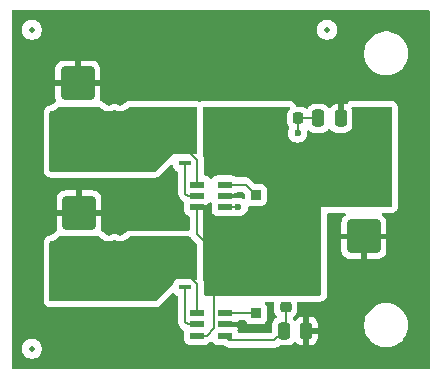
<source format=gbr>
%TF.GenerationSoftware,KiCad,Pcbnew,9.0.6*%
%TF.CreationDate,2026-02-11T21:56:19+01:00*%
%TF.ProjectId,High Side OR ing,48696768-2053-4696-9465-204f5220696e,A*%
%TF.SameCoordinates,Original*%
%TF.FileFunction,Copper,L1,Top*%
%TF.FilePolarity,Positive*%
%FSLAX46Y46*%
G04 Gerber Fmt 4.6, Leading zero omitted, Abs format (unit mm)*
G04 Created by KiCad (PCBNEW 9.0.6) date 2026-02-11 21:56:19*
%MOMM*%
%LPD*%
G01*
G04 APERTURE LIST*
G04 Aperture macros list*
%AMRoundRect*
0 Rectangle with rounded corners*
0 $1 Rounding radius*
0 $2 $3 $4 $5 $6 $7 $8 $9 X,Y pos of 4 corners*
0 Add a 4 corners polygon primitive as box body*
4,1,4,$2,$3,$4,$5,$6,$7,$8,$9,$2,$3,0*
0 Add four circle primitives for the rounded corners*
1,1,$1+$1,$2,$3*
1,1,$1+$1,$4,$5*
1,1,$1+$1,$6,$7*
1,1,$1+$1,$8,$9*
0 Add four rect primitives between the rounded corners*
20,1,$1+$1,$2,$3,$4,$5,0*
20,1,$1+$1,$4,$5,$6,$7,0*
20,1,$1+$1,$6,$7,$8,$9,0*
20,1,$1+$1,$8,$9,$2,$3,0*%
G04 Aperture macros list end*
%TA.AperFunction,ComponentPad*%
%ADD10R,0.850000X0.850000*%
%TD*%
%TA.AperFunction,SMDPad,CuDef*%
%ADD11RoundRect,0.225000X0.250000X-0.225000X0.250000X0.225000X-0.250000X0.225000X-0.250000X-0.225000X0*%
%TD*%
%TA.AperFunction,SMDPad,CuDef*%
%ADD12C,0.500000*%
%TD*%
%TA.AperFunction,ComponentPad*%
%ADD13RoundRect,0.250001X-1.149999X1.149999X-1.149999X-1.149999X1.149999X-1.149999X1.149999X1.149999X0*%
%TD*%
%TA.AperFunction,ComponentPad*%
%ADD14C,2.800000*%
%TD*%
%TA.AperFunction,SMDPad,CuDef*%
%ADD15R,1.016000X0.457200*%
%TD*%
%TA.AperFunction,SMDPad,CuDef*%
%ADD16RoundRect,0.472875X-1.103375X-1.544625X1.103375X-1.544625X1.103375X1.544625X-1.103375X1.544625X0*%
%TD*%
%TA.AperFunction,SMDPad,CuDef*%
%ADD17RoundRect,0.250000X0.250000X0.475000X-0.250000X0.475000X-0.250000X-0.475000X0.250000X-0.475000X0*%
%TD*%
%TA.AperFunction,SMDPad,CuDef*%
%ADD18R,1.219200X0.533400*%
%TD*%
%TA.AperFunction,ComponentPad*%
%ADD19RoundRect,0.250001X1.149999X-1.149999X1.149999X1.149999X-1.149999X1.149999X-1.149999X-1.149999X0*%
%TD*%
%TA.AperFunction,SMDPad,CuDef*%
%ADD20RoundRect,0.225000X0.225000X0.250000X-0.225000X0.250000X-0.225000X-0.250000X0.225000X-0.250000X0*%
%TD*%
%TA.AperFunction,ViaPad*%
%ADD21C,0.800000*%
%TD*%
%TA.AperFunction,ViaPad*%
%ADD22C,0.500000*%
%TD*%
%TA.AperFunction,ViaPad*%
%ADD23C,0.600000*%
%TD*%
%TA.AperFunction,Conductor*%
%ADD24C,0.200000*%
%TD*%
G04 APERTURE END LIST*
D10*
%TO.P,J5,1,Pin_1*%
%TO.N,Net-(J5-Pin_1)*%
X195000000Y-83000000D03*
%TD*%
D11*
%TO.P,R2,1*%
%TO.N,Net-(U2-VS)*%
X197500000Y-92500000D03*
%TO.P,R2,2*%
%TO.N,/VOUT*%
X197500000Y-90950000D03*
%TD*%
D12*
%TO.P,FID2,*%
%TO.N,*%
X201000000Y-69000000D03*
%TD*%
D13*
%TO.P,J1,1,Pin_1*%
%TO.N,GND*%
X180000000Y-84500000D03*
D14*
%TO.P,J1,2,Pin_2*%
%TO.N,/VIN_1*%
X180000000Y-89500000D03*
%TD*%
D13*
%TO.P,J2,1,Pin_1*%
%TO.N,GND*%
X179882500Y-73500000D03*
D14*
%TO.P,J2,2,Pin_2*%
%TO.N,/VIN_2*%
X179882500Y-78500000D03*
%TD*%
D12*
%TO.P,FID3,*%
%TO.N,*%
X176000000Y-69000000D03*
%TD*%
D15*
%TO.P,Q1,1,S*%
%TO.N,/VIN_1*%
X189000000Y-87000000D03*
%TO.P,Q1,2,S*%
X189000000Y-88270000D03*
%TO.P,Q1,3,S*%
X189000000Y-89540000D03*
%TO.P,Q1,4,G*%
%TO.N,/GATE_1*%
X189000000Y-90810000D03*
%TO.P,Q1,5,D*%
%TO.N,/VOUT*%
X194892800Y-90810000D03*
D16*
%TO.P,Q1,6,D*%
X192570150Y-88887500D03*
D15*
X194892800Y-89540000D03*
%TO.P,Q1,7,D*%
X194892800Y-88270000D03*
%TO.P,Q1,8,D*%
X194892800Y-87000000D03*
%TD*%
D17*
%TO.P,C2,1*%
%TO.N,GND*%
X199250000Y-94500000D03*
%TO.P,C2,2*%
%TO.N,Net-(U2-VS)*%
X197350000Y-94500000D03*
%TD*%
D10*
%TO.P,J4,1,Pin_1*%
%TO.N,Net-(J4-Pin_1)*%
X195000000Y-93000000D03*
%TD*%
D18*
%TO.P,U2,1,VS*%
%TO.N,Net-(U2-VS)*%
X192336800Y-94900002D03*
%TO.P,U2,2,GND*%
%TO.N,GND*%
X192336800Y-93950001D03*
%TO.P,U2,3,OFF*%
%TO.N,Net-(J4-Pin_1)*%
X192336800Y-93000000D03*
%TO.P,U2,4,IN*%
%TO.N,/VIN_1*%
X190000000Y-93000000D03*
%TO.P,U2,5,GATE*%
%TO.N,/GATE_1*%
X190000000Y-93950001D03*
%TO.P,U2,6,OUT*%
%TO.N,/VOUT*%
X190000000Y-94900002D03*
%TD*%
D17*
%TO.P,C1,1*%
%TO.N,GND*%
X202150000Y-76500000D03*
%TO.P,C1,2*%
%TO.N,Net-(U1-VS)*%
X200250000Y-76500000D03*
%TD*%
D12*
%TO.P,FID1,*%
%TO.N,*%
X176000000Y-96000000D03*
%TD*%
D19*
%TO.P,J3,1,Pin_1*%
%TO.N,GND*%
X204117500Y-86500000D03*
D14*
%TO.P,J3,2,Pin_2*%
%TO.N,/VOUT*%
X204117500Y-81500000D03*
%TD*%
D20*
%TO.P,R1,1*%
%TO.N,Net-(U1-VS)*%
X198550000Y-76500000D03*
%TO.P,R1,2*%
%TO.N,/VOUT*%
X197000000Y-76500000D03*
%TD*%
D15*
%TO.P,Q2,1,S*%
%TO.N,/VIN_2*%
X189000000Y-76460000D03*
%TO.P,Q2,2,S*%
X189000000Y-77730000D03*
%TO.P,Q2,3,S*%
X189000000Y-79000000D03*
%TO.P,Q2,4,G*%
%TO.N,/GATE_2*%
X189000000Y-80270000D03*
%TO.P,Q2,5,D*%
%TO.N,/VOUT*%
X194892800Y-80270000D03*
D16*
%TO.P,Q2,6,D*%
X192570150Y-78347500D03*
D15*
X194892800Y-79000000D03*
%TO.P,Q2,7,D*%
X194892800Y-77730000D03*
%TO.P,Q2,8,D*%
X194892800Y-76460000D03*
%TD*%
D18*
%TO.P,U1,1,VS*%
%TO.N,Net-(U1-VS)*%
X192336800Y-84000000D03*
%TO.P,U1,2,GND*%
%TO.N,GND*%
X192336800Y-83049999D03*
%TO.P,U1,3,OFF*%
%TO.N,Net-(J5-Pin_1)*%
X192336800Y-82099998D03*
%TO.P,U1,4,IN*%
%TO.N,/VIN_2*%
X190000000Y-82099998D03*
%TO.P,U1,5,GATE*%
%TO.N,/GATE_2*%
X190000000Y-83049999D03*
%TO.P,U1,6,OUT*%
%TO.N,/VOUT*%
X190000000Y-84000000D03*
%TD*%
D21*
%TO.N,GND*%
X177500000Y-85000000D03*
X177500000Y-86000000D03*
X176500000Y-73000000D03*
X183500000Y-72000000D03*
X205500000Y-90000000D03*
X206500000Y-88000000D03*
X177500000Y-74000000D03*
X176500000Y-84000000D03*
X177500000Y-84000000D03*
X202500000Y-89000000D03*
X204500000Y-90000000D03*
X206500000Y-85000000D03*
X184000000Y-94000000D03*
X183500000Y-75000000D03*
X183500000Y-84000000D03*
X176500000Y-72000000D03*
D22*
X193500000Y-94000000D03*
D21*
X183500000Y-73000000D03*
X182500000Y-72000000D03*
X206500000Y-86000000D03*
X206500000Y-87000000D03*
X203500000Y-89000000D03*
X176500000Y-85000000D03*
X199000000Y-70000000D03*
X183500000Y-83000000D03*
X199000000Y-74000000D03*
X207500000Y-87000000D03*
X176500000Y-83000000D03*
X177500000Y-75000000D03*
X183500000Y-74000000D03*
X176500000Y-75000000D03*
X202500000Y-90000000D03*
X205500000Y-89000000D03*
D23*
X200500000Y-94500000D03*
D22*
X193500000Y-83000000D03*
D21*
X180000000Y-94000000D03*
X176500000Y-86000000D03*
X207500000Y-88000000D03*
X182500000Y-75000000D03*
X183500000Y-85000000D03*
X177500000Y-72000000D03*
X207500000Y-85000000D03*
X177500000Y-73000000D03*
X177500000Y-83000000D03*
X182500000Y-83000000D03*
X203500000Y-90000000D03*
X176500000Y-74000000D03*
X182500000Y-85000000D03*
X178000000Y-94000000D03*
X182500000Y-73000000D03*
X182500000Y-84000000D03*
X186000000Y-94000000D03*
X182500000Y-74000000D03*
X176000000Y-94000000D03*
X183500000Y-86000000D03*
X207500000Y-86000000D03*
X204500000Y-89000000D03*
X182500000Y-86000000D03*
X199000000Y-72000000D03*
X182000000Y-94000000D03*
D23*
X202250000Y-75000000D03*
%TO.N,Net-(U1-VS)*%
X198500000Y-77750000D03*
X193500000Y-84000000D03*
%TD*%
D24*
%TO.N,GND*%
X192336800Y-83049999D02*
X193450001Y-83049999D01*
X202250000Y-76400000D02*
X202150000Y-76500000D01*
X193450001Y-83049999D02*
X193500000Y-83000000D01*
X193450001Y-93950001D02*
X193500000Y-94000000D01*
X192336800Y-93950001D02*
X193450001Y-93950001D01*
X199250000Y-94500000D02*
X200500000Y-94500000D01*
X202250000Y-75000000D02*
X202250000Y-76400000D01*
%TO.N,Net-(J4-Pin_1)*%
X192336800Y-93000000D02*
X195000000Y-93000000D01*
%TO.N,Net-(J5-Pin_1)*%
X194099998Y-82099998D02*
X195000000Y-83000000D01*
X192336800Y-82099998D02*
X194099998Y-82099998D01*
%TO.N,/VIN_1*%
X190000000Y-93000000D02*
X190000000Y-90540000D01*
X190000000Y-90540000D02*
X189000000Y-89540000D01*
%TO.N,/VIN_2*%
X190000000Y-82099998D02*
X190000000Y-80000000D01*
X190000000Y-80000000D02*
X189000000Y-79000000D01*
%TO.N,/VOUT*%
X190809600Y-94900002D02*
X191426200Y-94283402D01*
X190000000Y-94900002D02*
X190809600Y-94900002D01*
X190000000Y-86317350D02*
X192570150Y-88887500D01*
X191426200Y-90031450D02*
X192570150Y-88887500D01*
X190000000Y-84000000D02*
X190000000Y-86317350D01*
X191426200Y-94283402D02*
X191426200Y-90031450D01*
%TO.N,/GATE_1*%
X189000000Y-93759601D02*
X189190400Y-93950001D01*
X189190400Y-93950001D02*
X190000000Y-93950001D01*
X189000000Y-90810000D02*
X189000000Y-93759601D01*
%TO.N,/GATE_2*%
X189190400Y-83049999D02*
X190000000Y-83049999D01*
X189000000Y-82859599D02*
X189190400Y-83049999D01*
X189000000Y-80270000D02*
X189000000Y-82859599D01*
%TO.N,Net-(U1-VS)*%
X198500000Y-76550000D02*
X198550000Y-76500000D01*
X198500000Y-77750000D02*
X198500000Y-76550000D01*
X198550000Y-76500000D02*
X200250000Y-76500000D01*
X192336800Y-84000000D02*
X193500000Y-84000000D01*
%TO.N,Net-(U2-VS)*%
X196548998Y-95301002D02*
X197350000Y-94500000D01*
X192336800Y-94900002D02*
X192737800Y-95301002D01*
X197500000Y-92500000D02*
X197500000Y-94350000D01*
X197500000Y-94350000D02*
X197350000Y-94500000D01*
X192737800Y-95301002D02*
X196548998Y-95301002D01*
%TD*%
%TA.AperFunction,Conductor*%
%TO.N,/VOUT*%
G36*
X197816665Y-75519685D02*
G01*
X197862420Y-75572489D01*
X197872364Y-75641647D01*
X197843339Y-75705203D01*
X197837307Y-75711681D01*
X197752032Y-75796955D01*
X197752029Y-75796959D01*
X197663001Y-75941294D01*
X197662996Y-75941305D01*
X197609651Y-76102290D01*
X197599500Y-76201647D01*
X197599500Y-76798337D01*
X197599501Y-76798355D01*
X197609650Y-76897707D01*
X197609651Y-76897710D01*
X197662996Y-77058694D01*
X197663001Y-77058705D01*
X197752029Y-77203040D01*
X197752032Y-77203044D01*
X197770581Y-77221593D01*
X197804066Y-77282916D01*
X197799082Y-77352608D01*
X197792267Y-77367710D01*
X197790609Y-77370812D01*
X197730264Y-77516498D01*
X197730261Y-77516510D01*
X197699500Y-77671153D01*
X197699500Y-77828846D01*
X197730261Y-77983489D01*
X197730264Y-77983501D01*
X197790602Y-78129172D01*
X197790609Y-78129185D01*
X197878210Y-78260288D01*
X197878213Y-78260292D01*
X197989707Y-78371786D01*
X197989711Y-78371789D01*
X198120814Y-78459390D01*
X198120827Y-78459397D01*
X198265885Y-78519481D01*
X198266503Y-78519737D01*
X198421153Y-78550499D01*
X198421156Y-78550500D01*
X198421158Y-78550500D01*
X198578844Y-78550500D01*
X198578845Y-78550499D01*
X198733497Y-78519737D01*
X198879179Y-78459394D01*
X199010289Y-78371789D01*
X199121789Y-78260289D01*
X199209394Y-78129179D01*
X199269737Y-77983497D01*
X199300500Y-77828842D01*
X199300500Y-77671158D01*
X199300500Y-77671155D01*
X199297243Y-77654782D01*
X199303470Y-77585190D01*
X199346333Y-77530013D01*
X199412222Y-77506768D01*
X199480219Y-77522836D01*
X199506541Y-77542909D01*
X199531344Y-77567712D01*
X199680666Y-77659814D01*
X199847203Y-77714999D01*
X199949991Y-77725500D01*
X200550008Y-77725499D01*
X200550016Y-77725498D01*
X200550019Y-77725498D01*
X200606302Y-77719748D01*
X200652797Y-77714999D01*
X200819334Y-77659814D01*
X200968656Y-77567712D01*
X201092712Y-77443656D01*
X201094461Y-77440819D01*
X201096169Y-77439283D01*
X201097193Y-77437989D01*
X201097414Y-77438163D01*
X201146406Y-77394096D01*
X201215368Y-77382872D01*
X201279451Y-77410713D01*
X201305537Y-77440817D01*
X201307288Y-77443656D01*
X201431344Y-77567712D01*
X201580666Y-77659814D01*
X201747203Y-77714999D01*
X201849991Y-77725500D01*
X202450008Y-77725499D01*
X202450016Y-77725498D01*
X202450019Y-77725498D01*
X202506302Y-77719748D01*
X202552797Y-77714999D01*
X202719334Y-77659814D01*
X202868656Y-77567712D01*
X202992712Y-77443656D01*
X203084814Y-77294334D01*
X203139999Y-77127797D01*
X203150500Y-77025009D01*
X203150499Y-75974992D01*
X203139999Y-75872203D01*
X203084814Y-75705666D01*
X203074594Y-75689096D01*
X203056154Y-75621703D01*
X203077077Y-75555040D01*
X203130720Y-75510271D01*
X203180133Y-75500000D01*
X206376000Y-75500000D01*
X206443039Y-75519685D01*
X206488794Y-75572489D01*
X206500000Y-75624000D01*
X206500000Y-83876000D01*
X206480315Y-83943039D01*
X206427511Y-83988794D01*
X206376000Y-84000000D01*
X200500000Y-84000000D01*
X200500000Y-91376000D01*
X200480315Y-91443039D01*
X200427511Y-91488794D01*
X200376000Y-91500000D01*
X190724500Y-91500000D01*
X190657461Y-91480315D01*
X190611706Y-91427511D01*
X190600500Y-91376000D01*
X190600500Y-90629060D01*
X190600501Y-90629047D01*
X190600501Y-90460944D01*
X190591284Y-90426547D01*
X190559577Y-90308216D01*
X190516612Y-90233797D01*
X190500000Y-90171798D01*
X190500000Y-83941198D01*
X190519685Y-83874159D01*
X190572489Y-83828404D01*
X190623999Y-83817198D01*
X190657472Y-83817198D01*
X190717083Y-83810790D01*
X190851931Y-83760495D01*
X190967146Y-83674245D01*
X191003434Y-83625769D01*
X191059367Y-83583900D01*
X191129059Y-83578916D01*
X191190382Y-83612401D01*
X191223866Y-83673725D01*
X191226700Y-83700082D01*
X191226700Y-84314570D01*
X191226701Y-84314576D01*
X191233108Y-84374183D01*
X191283402Y-84509028D01*
X191283406Y-84509035D01*
X191369652Y-84624244D01*
X191369655Y-84624247D01*
X191484864Y-84710493D01*
X191484871Y-84710497D01*
X191619717Y-84760791D01*
X191619716Y-84760791D01*
X191626644Y-84761535D01*
X191679327Y-84767200D01*
X192994272Y-84767199D01*
X193053883Y-84760791D01*
X193108684Y-84740350D01*
X193178376Y-84735366D01*
X193199461Y-84741967D01*
X193266503Y-84769737D01*
X193421153Y-84800499D01*
X193421156Y-84800500D01*
X193421158Y-84800500D01*
X193578844Y-84800500D01*
X193578845Y-84800499D01*
X193733497Y-84769737D01*
X193879179Y-84709394D01*
X194010289Y-84621789D01*
X194121789Y-84510289D01*
X194209394Y-84379179D01*
X194269737Y-84233497D01*
X194300500Y-84078842D01*
X194300500Y-84035391D01*
X194320185Y-83968352D01*
X194372989Y-83922597D01*
X194442147Y-83912653D01*
X194465577Y-83918633D01*
X194467516Y-83919091D01*
X194474444Y-83919835D01*
X194527127Y-83925500D01*
X195472872Y-83925499D01*
X195532483Y-83919091D01*
X195667331Y-83868796D01*
X195782546Y-83782546D01*
X195868796Y-83667331D01*
X195919091Y-83532483D01*
X195925500Y-83472873D01*
X195925499Y-82527128D01*
X195919091Y-82467517D01*
X195899343Y-82414571D01*
X195868797Y-82332671D01*
X195868793Y-82332664D01*
X195782547Y-82217455D01*
X195782544Y-82217452D01*
X195667335Y-82131206D01*
X195667328Y-82131202D01*
X195532482Y-82080908D01*
X195532483Y-82080908D01*
X195472883Y-82074501D01*
X195472881Y-82074500D01*
X195472873Y-82074500D01*
X195472865Y-82074500D01*
X194975097Y-82074500D01*
X194908058Y-82054815D01*
X194887416Y-82038181D01*
X194587588Y-81738353D01*
X194587586Y-81738350D01*
X194468715Y-81619479D01*
X194468714Y-81619478D01*
X194381902Y-81569358D01*
X194381902Y-81569357D01*
X194381898Y-81569356D01*
X194331783Y-81540421D01*
X194179055Y-81499497D01*
X194020941Y-81499497D01*
X194013345Y-81499497D01*
X194013329Y-81499498D01*
X193376939Y-81499498D01*
X193309900Y-81479813D01*
X193302628Y-81474765D01*
X193188731Y-81389502D01*
X193188728Y-81389500D01*
X193053882Y-81339206D01*
X193053883Y-81339206D01*
X192994283Y-81332799D01*
X192994281Y-81332798D01*
X192994273Y-81332798D01*
X192994264Y-81332798D01*
X191679329Y-81332798D01*
X191679323Y-81332799D01*
X191619716Y-81339206D01*
X191484871Y-81389500D01*
X191484864Y-81389504D01*
X191369655Y-81475750D01*
X191369652Y-81475753D01*
X191283406Y-81590962D01*
X191279153Y-81598752D01*
X191277191Y-81597681D01*
X191242708Y-81643743D01*
X191177243Y-81668158D01*
X191108970Y-81653305D01*
X191059566Y-81603898D01*
X191055011Y-81593926D01*
X191053393Y-81590962D01*
X190967147Y-81475753D01*
X190967144Y-81475750D01*
X190851935Y-81389504D01*
X190851928Y-81389500D01*
X190717082Y-81339206D01*
X190717084Y-81339206D01*
X190711244Y-81338579D01*
X190646693Y-81311841D01*
X190606845Y-81254448D01*
X190600500Y-81215290D01*
X190600500Y-80089060D01*
X190600501Y-80089047D01*
X190600501Y-79920944D01*
X190600501Y-79920943D01*
X190559577Y-79768216D01*
X190516612Y-79693797D01*
X190500000Y-79631798D01*
X190500000Y-75624000D01*
X190519685Y-75556961D01*
X190572489Y-75511206D01*
X190624000Y-75500000D01*
X197749626Y-75500000D01*
X197816665Y-75519685D01*
G37*
%TD.AperFunction*%
%TD*%
%TA.AperFunction,Conductor*%
%TO.N,/VIN_1*%
G36*
X181751827Y-86519685D02*
G01*
X181787891Y-86555110D01*
X181800536Y-86574035D01*
X181800538Y-86574038D01*
X181925961Y-86699461D01*
X181925965Y-86699464D01*
X182073446Y-86798009D01*
X182073459Y-86798016D01*
X182196363Y-86848923D01*
X182237334Y-86865894D01*
X182237336Y-86865894D01*
X182237341Y-86865896D01*
X182411304Y-86900499D01*
X182411307Y-86900500D01*
X182411309Y-86900500D01*
X182588693Y-86900500D01*
X182588694Y-86900499D01*
X182646682Y-86888964D01*
X182762658Y-86865896D01*
X182762661Y-86865894D01*
X182762666Y-86865894D01*
X182926547Y-86798013D01*
X182931107Y-86794965D01*
X182997783Y-86774086D01*
X183065163Y-86792569D01*
X183068867Y-86794948D01*
X183073453Y-86798013D01*
X183073455Y-86798014D01*
X183073457Y-86798015D01*
X183090164Y-86804935D01*
X183237334Y-86865894D01*
X183237336Y-86865894D01*
X183237341Y-86865896D01*
X183411304Y-86900499D01*
X183411307Y-86900500D01*
X183411309Y-86900500D01*
X183588693Y-86900500D01*
X183588694Y-86900499D01*
X183646682Y-86888964D01*
X183762658Y-86865896D01*
X183762661Y-86865894D01*
X183762666Y-86865894D01*
X183926547Y-86798013D01*
X184074035Y-86699464D01*
X184199464Y-86574035D01*
X184212109Y-86555109D01*
X184265721Y-86510305D01*
X184315212Y-86500000D01*
X189340463Y-86500000D01*
X189351978Y-86503381D01*
X189363926Y-86502240D01*
X189384883Y-86513043D01*
X189407502Y-86519685D01*
X189416912Y-86529554D01*
X189426030Y-86534254D01*
X189447848Y-86561996D01*
X189454797Y-86574031D01*
X189454799Y-86574035D01*
X189519477Y-86686062D01*
X189519481Y-86686067D01*
X189638349Y-86804935D01*
X189638355Y-86804940D01*
X189958181Y-87124766D01*
X189991666Y-87186089D01*
X189994500Y-87212447D01*
X189994500Y-90072666D01*
X189974815Y-90139705D01*
X189922011Y-90185460D01*
X189852853Y-90195404D01*
X189796189Y-90171933D01*
X189750331Y-90137604D01*
X189750328Y-90137602D01*
X189615482Y-90087308D01*
X189615483Y-90087308D01*
X189555883Y-90080901D01*
X189555881Y-90080900D01*
X189555873Y-90080900D01*
X189555864Y-90080900D01*
X188444129Y-90080900D01*
X188444123Y-90080901D01*
X188384516Y-90087308D01*
X188249671Y-90137602D01*
X188249664Y-90137606D01*
X188134455Y-90223852D01*
X188134452Y-90223855D01*
X188048206Y-90339064D01*
X188048201Y-90339073D01*
X187997908Y-90473917D01*
X187997286Y-90476552D01*
X187996200Y-90478498D01*
X187995199Y-90481183D01*
X187994788Y-90481029D01*
X187964293Y-90535705D01*
X186536319Y-91963681D01*
X186474996Y-91997166D01*
X186448638Y-92000000D01*
X177624000Y-92000000D01*
X177556961Y-91980315D01*
X177511206Y-91927511D01*
X177500000Y-91876000D01*
X177500000Y-87019906D01*
X177519685Y-86952867D01*
X177572489Y-86907112D01*
X177599809Y-86898289D01*
X177762658Y-86865896D01*
X177762661Y-86865894D01*
X177762666Y-86865894D01*
X177926547Y-86798013D01*
X178074035Y-86699464D01*
X178199464Y-86574035D01*
X178212109Y-86555109D01*
X178265721Y-86510305D01*
X178315212Y-86500000D01*
X181684788Y-86500000D01*
X181751827Y-86519685D01*
G37*
%TD.AperFunction*%
%TD*%
%TA.AperFunction,Conductor*%
%TO.N,/VIN_2*%
G36*
X181751827Y-75519685D02*
G01*
X181787891Y-75555110D01*
X181800537Y-75574037D01*
X181925961Y-75699461D01*
X181925965Y-75699464D01*
X182073446Y-75798009D01*
X182073459Y-75798016D01*
X182196363Y-75848923D01*
X182237334Y-75865894D01*
X182237336Y-75865894D01*
X182237341Y-75865896D01*
X182411304Y-75900499D01*
X182411307Y-75900500D01*
X182411309Y-75900500D01*
X182588693Y-75900500D01*
X182588694Y-75900499D01*
X182646682Y-75888964D01*
X182762658Y-75865896D01*
X182762661Y-75865894D01*
X182762666Y-75865894D01*
X182926547Y-75798013D01*
X182931107Y-75794965D01*
X182997783Y-75774086D01*
X183065163Y-75792569D01*
X183068867Y-75794948D01*
X183073453Y-75798013D01*
X183073455Y-75798014D01*
X183073457Y-75798015D01*
X183132585Y-75822506D01*
X183237334Y-75865894D01*
X183237336Y-75865894D01*
X183237341Y-75865896D01*
X183411304Y-75900499D01*
X183411307Y-75900500D01*
X183411309Y-75900500D01*
X183588693Y-75900500D01*
X183588694Y-75900499D01*
X183646682Y-75888964D01*
X183762658Y-75865896D01*
X183762661Y-75865894D01*
X183762666Y-75865894D01*
X183926547Y-75798013D01*
X184074035Y-75699464D01*
X184199464Y-75574035D01*
X184212109Y-75555109D01*
X184265721Y-75510305D01*
X184315212Y-75500000D01*
X189870500Y-75500000D01*
X189937539Y-75519685D01*
X189983294Y-75572489D01*
X189994500Y-75624000D01*
X189994500Y-79376000D01*
X189974815Y-79443039D01*
X189922011Y-79488794D01*
X189870500Y-79500000D01*
X187999999Y-79500000D01*
X186536319Y-80963681D01*
X186474996Y-80997166D01*
X186448638Y-81000000D01*
X177624000Y-81000000D01*
X177556961Y-80980315D01*
X177511206Y-80927511D01*
X177500000Y-80876000D01*
X177500000Y-76019906D01*
X177519685Y-75952867D01*
X177572489Y-75907112D01*
X177599809Y-75898289D01*
X177762658Y-75865896D01*
X177762661Y-75865894D01*
X177762666Y-75865894D01*
X177926547Y-75798013D01*
X178074035Y-75699464D01*
X178199464Y-75574035D01*
X178212109Y-75555109D01*
X178265721Y-75510305D01*
X178315212Y-75500000D01*
X181684788Y-75500000D01*
X181751827Y-75519685D01*
G37*
%TD.AperFunction*%
%TD*%
%TA.AperFunction,Conductor*%
%TO.N,GND*%
G36*
X196476819Y-92025185D02*
G01*
X196522574Y-92077989D01*
X196533138Y-92142103D01*
X196524500Y-92226647D01*
X196524500Y-92773337D01*
X196524501Y-92773355D01*
X196534650Y-92872707D01*
X196534651Y-92872710D01*
X196587996Y-93033694D01*
X196588001Y-93033705D01*
X196677029Y-93178040D01*
X196677032Y-93178044D01*
X196705961Y-93206973D01*
X196739446Y-93268296D01*
X196734462Y-93337988D01*
X196692590Y-93393921D01*
X196683378Y-93400192D01*
X196631344Y-93432287D01*
X196507289Y-93556342D01*
X196415187Y-93705663D01*
X196415185Y-93705668D01*
X196413585Y-93710496D01*
X196360001Y-93872203D01*
X196360001Y-93872204D01*
X196360000Y-93872204D01*
X196349500Y-93974983D01*
X196349500Y-94576502D01*
X196329815Y-94643541D01*
X196277011Y-94689296D01*
X196225500Y-94700502D01*
X193570599Y-94700502D01*
X193503560Y-94680817D01*
X193457805Y-94628013D01*
X193449863Y-94604766D01*
X193446899Y-94592104D01*
X193446899Y-94585430D01*
X193440491Y-94525819D01*
X193416025Y-94460224D01*
X193414229Y-94452549D01*
X193415751Y-94425223D01*
X193413799Y-94397927D01*
X193418084Y-94383330D01*
X193418115Y-94382788D01*
X193418332Y-94382488D01*
X193418784Y-94380949D01*
X193439998Y-94324073D01*
X193446399Y-94264545D01*
X193446400Y-94264528D01*
X193446400Y-94200001D01*
X193239240Y-94200001D01*
X193195906Y-94192183D01*
X193188733Y-94189507D01*
X193188731Y-94189506D01*
X193085124Y-94150863D01*
X193053881Y-94139210D01*
X192994283Y-94132803D01*
X192994281Y-94132802D01*
X192994273Y-94132802D01*
X192994265Y-94132802D01*
X192460800Y-94132802D01*
X192452114Y-94130251D01*
X192443153Y-94131540D01*
X192419112Y-94120561D01*
X192393761Y-94113117D01*
X192387833Y-94106276D01*
X192379597Y-94102515D01*
X192365307Y-94080280D01*
X192348006Y-94060313D01*
X192345718Y-94049798D01*
X192341823Y-94043737D01*
X192336800Y-94008802D01*
X192336800Y-93891199D01*
X192356485Y-93824160D01*
X192409289Y-93778405D01*
X192460800Y-93767199D01*
X192994271Y-93767199D01*
X192994272Y-93767199D01*
X193053883Y-93760791D01*
X193188731Y-93710496D01*
X193188733Y-93710494D01*
X193195906Y-93707819D01*
X193239240Y-93700001D01*
X193446400Y-93700001D01*
X193456584Y-93689816D01*
X193466085Y-93657461D01*
X193518889Y-93611706D01*
X193570400Y-93600500D01*
X194021139Y-93600500D01*
X194088178Y-93620185D01*
X194125637Y-93660418D01*
X194125888Y-93660231D01*
X194127635Y-93662565D01*
X194129973Y-93665076D01*
X194131207Y-93667336D01*
X194217452Y-93782544D01*
X194217455Y-93782547D01*
X194332664Y-93868793D01*
X194332671Y-93868797D01*
X194467517Y-93919091D01*
X194467516Y-93919091D01*
X194474444Y-93919835D01*
X194527127Y-93925500D01*
X195472872Y-93925499D01*
X195532483Y-93919091D01*
X195667331Y-93868796D01*
X195782546Y-93782546D01*
X195868796Y-93667331D01*
X195919091Y-93532483D01*
X195925500Y-93472873D01*
X195925499Y-92527128D01*
X195919091Y-92467517D01*
X195918278Y-92465338D01*
X195868797Y-92332671D01*
X195868793Y-92332664D01*
X195782547Y-92217455D01*
X195782273Y-92217181D01*
X195782087Y-92216840D01*
X195777232Y-92210355D01*
X195778164Y-92209656D01*
X195748788Y-92155858D01*
X195753772Y-92086166D01*
X195795644Y-92030233D01*
X195861108Y-92005816D01*
X195869954Y-92005500D01*
X196409780Y-92005500D01*
X196476819Y-92025185D01*
G37*
%TD.AperFunction*%
%TA.AperFunction,Conductor*%
G36*
X193866940Y-82720183D02*
G01*
X193887582Y-82736817D01*
X194038181Y-82887416D01*
X194071666Y-82948739D01*
X194074500Y-82975097D01*
X194074500Y-83189127D01*
X194054815Y-83256166D01*
X194002011Y-83301921D01*
X193932853Y-83311865D01*
X193884607Y-83293378D01*
X193884554Y-83293479D01*
X193883750Y-83293049D01*
X193881609Y-83292229D01*
X193879185Y-83290609D01*
X193879172Y-83290602D01*
X193733501Y-83230264D01*
X193733489Y-83230261D01*
X193578845Y-83199500D01*
X193578842Y-83199500D01*
X193421158Y-83199500D01*
X193421155Y-83199500D01*
X193266511Y-83230260D01*
X193266501Y-83230263D01*
X193199471Y-83258028D01*
X193178317Y-83260302D01*
X193158231Y-83267311D01*
X193139734Y-83264450D01*
X193130001Y-83265497D01*
X193122624Y-83261804D01*
X193108686Y-83259649D01*
X193053882Y-83239208D01*
X193053883Y-83239208D01*
X192994283Y-83232801D01*
X192994281Y-83232800D01*
X192994273Y-83232800D01*
X192994265Y-83232800D01*
X192460800Y-83232800D01*
X192452114Y-83230249D01*
X192443153Y-83231538D01*
X192419112Y-83220559D01*
X192393761Y-83213115D01*
X192387833Y-83206274D01*
X192379597Y-83202513D01*
X192365307Y-83180278D01*
X192348006Y-83160311D01*
X192345718Y-83149796D01*
X192341823Y-83143735D01*
X192336800Y-83108800D01*
X192336800Y-82991197D01*
X192356485Y-82924158D01*
X192409289Y-82878403D01*
X192460798Y-82867197D01*
X192994272Y-82867197D01*
X193053883Y-82860789D01*
X193188731Y-82810494D01*
X193188733Y-82810492D01*
X193195906Y-82807817D01*
X193227302Y-82802152D01*
X193233028Y-82800155D01*
X193235323Y-82800705D01*
X193239240Y-82799999D01*
X193446400Y-82799999D01*
X193454482Y-82791916D01*
X193458640Y-82782810D01*
X193466085Y-82757459D01*
X193472925Y-82751531D01*
X193476687Y-82743295D01*
X193498921Y-82729005D01*
X193518889Y-82711704D01*
X193529403Y-82709416D01*
X193535465Y-82705521D01*
X193570400Y-82700498D01*
X193799901Y-82700498D01*
X193866940Y-82720183D01*
G37*
%TD.AperFunction*%
%TA.AperFunction,Conductor*%
G36*
X209642539Y-67320185D02*
G01*
X209688294Y-67372989D01*
X209699500Y-67424500D01*
X209699500Y-97575500D01*
X209679815Y-97642539D01*
X209627011Y-97688294D01*
X209575500Y-97699500D01*
X174424500Y-97699500D01*
X174357461Y-97679815D01*
X174311706Y-97627011D01*
X174300500Y-97575500D01*
X174300500Y-95916228D01*
X175149500Y-95916228D01*
X175149500Y-96083771D01*
X175182182Y-96248074D01*
X175182184Y-96248082D01*
X175246295Y-96402860D01*
X175339373Y-96542162D01*
X175457837Y-96660626D01*
X175550494Y-96722537D01*
X175597137Y-96753703D01*
X175751918Y-96817816D01*
X175916228Y-96850499D01*
X175916232Y-96850500D01*
X175916233Y-96850500D01*
X176083768Y-96850500D01*
X176083769Y-96850499D01*
X176248082Y-96817816D01*
X176402863Y-96753703D01*
X176542162Y-96660626D01*
X176660626Y-96542162D01*
X176753703Y-96402863D01*
X176817816Y-96248082D01*
X176850500Y-96083767D01*
X176850500Y-95916233D01*
X176817816Y-95751918D01*
X176753703Y-95597137D01*
X176704999Y-95524246D01*
X176660626Y-95457837D01*
X176542162Y-95339373D01*
X176402860Y-95246295D01*
X176248082Y-95182184D01*
X176248074Y-95182182D01*
X176083771Y-95149500D01*
X176083767Y-95149500D01*
X175916233Y-95149500D01*
X175916228Y-95149500D01*
X175751925Y-95182182D01*
X175751917Y-95182184D01*
X175597139Y-95246295D01*
X175457837Y-95339373D01*
X175339373Y-95457837D01*
X175246295Y-95597139D01*
X175182184Y-95751917D01*
X175182182Y-95751925D01*
X175149500Y-95916228D01*
X174300500Y-95916228D01*
X174300500Y-76019906D01*
X176994500Y-76019906D01*
X176994500Y-80876000D01*
X176994501Y-80876009D01*
X177006052Y-80983450D01*
X177006054Y-80983462D01*
X177017260Y-81034972D01*
X177051383Y-81137497D01*
X177051386Y-81137503D01*
X177129171Y-81258537D01*
X177129179Y-81258548D01*
X177174923Y-81311340D01*
X177174926Y-81311343D01*
X177174930Y-81311347D01*
X177283664Y-81405567D01*
X177283667Y-81405568D01*
X177283668Y-81405569D01*
X177360883Y-81440833D01*
X177414541Y-81465338D01*
X177481580Y-81485023D01*
X177481584Y-81485024D01*
X177624000Y-81505500D01*
X177624003Y-81505500D01*
X186448640Y-81505500D01*
X186458786Y-81504955D01*
X186502678Y-81502603D01*
X186502686Y-81502602D01*
X186502688Y-81502602D01*
X186502689Y-81502602D01*
X186509682Y-81501849D01*
X186529036Y-81499769D01*
X186529046Y-81499767D01*
X186529049Y-81499767D01*
X186538648Y-81498211D01*
X186582448Y-81491114D01*
X186717257Y-81440832D01*
X186778580Y-81407347D01*
X186893762Y-81321123D01*
X187779822Y-80435061D01*
X187841142Y-80401578D01*
X187910833Y-80406562D01*
X187966767Y-80448433D01*
X187991184Y-80513898D01*
X187991500Y-80522739D01*
X187991500Y-80546467D01*
X187991501Y-80546476D01*
X187997908Y-80606083D01*
X188048202Y-80740928D01*
X188048206Y-80740935D01*
X188134452Y-80856144D01*
X188134455Y-80856147D01*
X188249664Y-80942393D01*
X188249673Y-80942398D01*
X188318832Y-80968192D01*
X188374766Y-81010062D01*
X188399184Y-81075526D01*
X188399500Y-81084374D01*
X188399500Y-82772929D01*
X188399499Y-82772947D01*
X188399499Y-82938653D01*
X188399498Y-82938653D01*
X188440423Y-83091385D01*
X188447520Y-83103676D01*
X188450478Y-83108800D01*
X188451324Y-83110264D01*
X188451325Y-83110269D01*
X188451326Y-83110269D01*
X188519475Y-83228308D01*
X188519481Y-83228316D01*
X188638349Y-83347184D01*
X188638355Y-83347189D01*
X188705539Y-83414373D01*
X188705549Y-83414384D01*
X188709879Y-83418714D01*
X188709880Y-83418715D01*
X188821684Y-83530519D01*
X188821686Y-83530520D01*
X188821690Y-83530523D01*
X188831673Y-83536287D01*
X188879889Y-83586853D01*
X188893113Y-83655460D01*
X188892964Y-83656926D01*
X188889900Y-83685428D01*
X188889900Y-84314570D01*
X188889901Y-84314576D01*
X188896308Y-84374183D01*
X188946602Y-84509028D01*
X188946606Y-84509035D01*
X189032852Y-84624244D01*
X189032855Y-84624247D01*
X189148064Y-84710493D01*
X189148071Y-84710497D01*
X189282917Y-84760791D01*
X189282915Y-84760791D01*
X189288756Y-84761419D01*
X189353307Y-84788157D01*
X189393155Y-84845550D01*
X189399500Y-84884708D01*
X189399500Y-85870500D01*
X189379815Y-85937539D01*
X189327011Y-85983294D01*
X189275500Y-85994500D01*
X184315212Y-85994500D01*
X184302971Y-85995760D01*
X184212179Y-86005112D01*
X184212167Y-86005114D01*
X184162679Y-86015418D01*
X184063976Y-86046808D01*
X184063967Y-86046812D01*
X183941573Y-86122416D01*
X183941564Y-86122422D01*
X183894065Y-86162117D01*
X183894059Y-86162123D01*
X183887952Y-86167227D01*
X183887935Y-86167241D01*
X183858902Y-86199563D01*
X183857955Y-86200573D01*
X183857819Y-86200652D01*
X183855240Y-86203374D01*
X183760432Y-86298180D01*
X183741643Y-86313600D01*
X183697261Y-86343255D01*
X183675822Y-86354714D01*
X183626492Y-86375147D01*
X183603237Y-86382202D01*
X183603233Y-86382203D01*
X183550880Y-86392617D01*
X183526691Y-86395000D01*
X183473310Y-86395000D01*
X183449118Y-86392617D01*
X183396756Y-86382201D01*
X183373496Y-86375145D01*
X183237587Y-86318850D01*
X183214283Y-86311778D01*
X183198890Y-86305078D01*
X183198887Y-86305077D01*
X183131507Y-86286594D01*
X183113579Y-86284342D01*
X182988749Y-86268666D01*
X182866646Y-86288456D01*
X182846723Y-86291685D01*
X182846721Y-86291685D01*
X182846718Y-86291686D01*
X182782283Y-86311862D01*
X182782237Y-86311878D01*
X182780047Y-86312564D01*
X182779976Y-86312586D01*
X182779255Y-86312931D01*
X182775610Y-86314218D01*
X182773297Y-86314342D01*
X182626492Y-86375147D01*
X182603237Y-86382202D01*
X182581315Y-86386563D01*
X182550879Y-86392617D01*
X182526691Y-86395000D01*
X182473312Y-86395000D01*
X182449119Y-86392617D01*
X182434536Y-86389716D01*
X182396754Y-86382200D01*
X182373497Y-86375145D01*
X182324180Y-86354718D01*
X182302741Y-86343259D01*
X182289059Y-86334117D01*
X182258354Y-86313600D01*
X182239569Y-86298183D01*
X182176366Y-86234980D01*
X182168546Y-86226391D01*
X182142126Y-86194489D01*
X182142113Y-86194475D01*
X182106066Y-86159067D01*
X182060176Y-86122423D01*
X182025124Y-86094433D01*
X181924546Y-86048499D01*
X181871744Y-86002744D01*
X181852060Y-85935704D01*
X181858354Y-85896701D01*
X181889505Y-85802693D01*
X181889506Y-85802689D01*
X181899999Y-85699985D01*
X181900000Y-85699972D01*
X181900000Y-84750000D01*
X180654121Y-84750000D01*
X180673099Y-84704182D01*
X180700000Y-84568944D01*
X180700000Y-84431056D01*
X180673099Y-84295818D01*
X180654121Y-84250000D01*
X181900000Y-84250000D01*
X181900000Y-83300027D01*
X181899999Y-83300014D01*
X181889506Y-83197310D01*
X181889505Y-83197303D01*
X181834358Y-83030881D01*
X181834356Y-83030876D01*
X181742315Y-82881655D01*
X181618344Y-82757684D01*
X181469123Y-82665643D01*
X181469118Y-82665641D01*
X181302696Y-82610494D01*
X181302689Y-82610493D01*
X181199985Y-82600000D01*
X180250000Y-82600000D01*
X180250000Y-83845879D01*
X180204182Y-83826901D01*
X180068944Y-83800000D01*
X179931056Y-83800000D01*
X179795818Y-83826901D01*
X179750000Y-83845879D01*
X179750000Y-82600000D01*
X178800014Y-82600000D01*
X178697310Y-82610493D01*
X178697303Y-82610494D01*
X178530881Y-82665641D01*
X178530876Y-82665643D01*
X178381655Y-82757684D01*
X178257684Y-82881655D01*
X178165643Y-83030876D01*
X178165641Y-83030881D01*
X178110494Y-83197303D01*
X178110493Y-83197310D01*
X178100000Y-83300014D01*
X178100000Y-84250000D01*
X179345879Y-84250000D01*
X179326901Y-84295818D01*
X179300000Y-84431056D01*
X179300000Y-84568944D01*
X179326901Y-84704182D01*
X179345879Y-84750000D01*
X178100000Y-84750000D01*
X178100000Y-85699985D01*
X178110493Y-85802689D01*
X178110494Y-85802696D01*
X178139761Y-85891016D01*
X178142163Y-85960845D01*
X178106431Y-86020886D01*
X178070170Y-86042049D01*
X178070896Y-86043630D01*
X178063967Y-86046812D01*
X177941573Y-86122416D01*
X177941564Y-86122422D01*
X177894065Y-86162117D01*
X177894059Y-86162123D01*
X177887952Y-86167227D01*
X177887935Y-86167241D01*
X177858902Y-86199563D01*
X177857955Y-86200573D01*
X177857819Y-86200652D01*
X177855240Y-86203374D01*
X177760432Y-86298180D01*
X177741643Y-86313600D01*
X177697257Y-86343258D01*
X177675819Y-86354717D01*
X177626499Y-86375146D01*
X177603239Y-86382202D01*
X177501175Y-86402505D01*
X177444477Y-86417246D01*
X177444460Y-86417251D01*
X177444458Y-86417252D01*
X177417138Y-86426075D01*
X177417129Y-86426078D01*
X177417118Y-86426082D01*
X177362494Y-86447293D01*
X177241462Y-86525076D01*
X177241451Y-86525085D01*
X177188659Y-86570829D01*
X177094433Y-86679570D01*
X177094430Y-86679574D01*
X177034664Y-86810440D01*
X177034662Y-86810447D01*
X177014977Y-86877486D01*
X177014976Y-86877490D01*
X176994500Y-87019906D01*
X176994500Y-91876000D01*
X176994501Y-91876009D01*
X177006052Y-91983450D01*
X177006054Y-91983462D01*
X177017260Y-92034972D01*
X177051383Y-92137497D01*
X177051386Y-92137503D01*
X177129171Y-92258537D01*
X177129179Y-92258548D01*
X177174923Y-92311340D01*
X177174926Y-92311343D01*
X177174930Y-92311347D01*
X177283664Y-92405567D01*
X177283667Y-92405568D01*
X177283668Y-92405569D01*
X177380382Y-92449738D01*
X177414541Y-92465338D01*
X177481580Y-92485023D01*
X177481584Y-92485024D01*
X177624000Y-92505500D01*
X177624003Y-92505500D01*
X186448640Y-92505500D01*
X186458786Y-92504955D01*
X186502678Y-92502603D01*
X186502686Y-92502602D01*
X186502688Y-92502602D01*
X186502689Y-92502602D01*
X186509682Y-92501849D01*
X186529036Y-92499769D01*
X186529046Y-92499767D01*
X186529049Y-92499767D01*
X186538648Y-92498211D01*
X186582448Y-92491114D01*
X186717257Y-92440832D01*
X186778580Y-92407347D01*
X186893762Y-92321123D01*
X187898104Y-91316778D01*
X187959425Y-91283295D01*
X188029116Y-91288279D01*
X188085048Y-91330148D01*
X188134454Y-91396146D01*
X188180643Y-91430723D01*
X188249664Y-91482393D01*
X188249673Y-91482398D01*
X188318832Y-91508192D01*
X188374766Y-91550062D01*
X188399184Y-91615526D01*
X188399500Y-91624374D01*
X188399500Y-93672931D01*
X188399499Y-93672949D01*
X188399499Y-93838655D01*
X188399498Y-93838655D01*
X188436039Y-93975028D01*
X188440423Y-93991386D01*
X188456644Y-94019481D01*
X188515002Y-94120561D01*
X188519479Y-94128315D01*
X188519481Y-94128318D01*
X188638349Y-94247186D01*
X188638355Y-94247191D01*
X188705539Y-94314375D01*
X188705549Y-94314386D01*
X188709879Y-94318716D01*
X188709880Y-94318717D01*
X188821684Y-94430521D01*
X188821686Y-94430522D01*
X188821690Y-94430525D01*
X188831673Y-94436289D01*
X188879889Y-94486855D01*
X188893113Y-94555462D01*
X188892964Y-94556928D01*
X188889900Y-94585430D01*
X188889900Y-95214572D01*
X188889901Y-95214578D01*
X188896308Y-95274185D01*
X188946602Y-95409030D01*
X188946606Y-95409037D01*
X189032852Y-95524246D01*
X189032855Y-95524249D01*
X189148064Y-95610495D01*
X189148071Y-95610499D01*
X189282917Y-95660793D01*
X189282916Y-95660793D01*
X189289844Y-95661537D01*
X189342527Y-95667202D01*
X190657472Y-95667201D01*
X190717083Y-95660793D01*
X190851931Y-95610498D01*
X190967146Y-95524248D01*
X190983563Y-95502316D01*
X190991690Y-95495274D01*
X190995140Y-95488955D01*
X191011921Y-95477741D01*
X191023392Y-95467801D01*
X191035615Y-95461124D01*
X191041385Y-95459579D01*
X191091504Y-95430641D01*
X191141480Y-95401788D01*
X191209377Y-95385317D01*
X191275404Y-95408170D01*
X191302741Y-95434864D01*
X191369654Y-95524248D01*
X191404403Y-95550261D01*
X191484864Y-95610495D01*
X191484871Y-95610499D01*
X191529818Y-95627263D01*
X191619717Y-95660793D01*
X191679327Y-95667202D01*
X192203401Y-95667201D01*
X192270440Y-95686885D01*
X192291082Y-95703520D01*
X192369084Y-95781522D01*
X192369086Y-95781523D01*
X192369090Y-95781526D01*
X192506009Y-95860575D01*
X192506012Y-95860577D01*
X192506016Y-95860579D01*
X192658743Y-95901503D01*
X192658745Y-95901503D01*
X192824454Y-95901503D01*
X192824470Y-95901502D01*
X196462329Y-95901502D01*
X196462345Y-95901503D01*
X196469941Y-95901503D01*
X196628052Y-95901503D01*
X196628055Y-95901503D01*
X196780783Y-95860579D01*
X196798121Y-95850568D01*
X196831882Y-95831077D01*
X196831886Y-95831073D01*
X196836057Y-95828666D01*
X196917714Y-95781522D01*
X196947246Y-95751988D01*
X196956706Y-95745504D01*
X196979454Y-95738082D01*
X197000460Y-95726612D01*
X197017558Y-95725650D01*
X197023130Y-95723833D01*
X197027863Y-95725071D01*
X197039428Y-95724421D01*
X197043538Y-95724840D01*
X197049991Y-95725500D01*
X197650008Y-95725499D01*
X197650016Y-95725498D01*
X197650019Y-95725498D01*
X197706302Y-95719748D01*
X197752797Y-95714999D01*
X197919334Y-95659814D01*
X198068656Y-95567712D01*
X198192712Y-95443656D01*
X198194752Y-95440347D01*
X198196745Y-95438555D01*
X198197193Y-95437989D01*
X198197289Y-95438065D01*
X198246694Y-95393623D01*
X198315656Y-95382395D01*
X198379740Y-95410234D01*
X198405829Y-95440339D01*
X198407681Y-95443341D01*
X198407683Y-95443344D01*
X198531654Y-95567315D01*
X198680875Y-95659356D01*
X198680880Y-95659358D01*
X198847302Y-95714505D01*
X198847309Y-95714506D01*
X198950019Y-95724999D01*
X199500000Y-95724999D01*
X199549972Y-95724999D01*
X199549986Y-95724998D01*
X199652697Y-95714505D01*
X199819119Y-95659358D01*
X199819124Y-95659356D01*
X199968345Y-95567315D01*
X200092315Y-95443345D01*
X200184356Y-95294124D01*
X200184358Y-95294119D01*
X200239505Y-95127697D01*
X200239506Y-95127690D01*
X200249999Y-95024986D01*
X200250000Y-95024973D01*
X200250000Y-94750000D01*
X199500000Y-94750000D01*
X199500000Y-95724999D01*
X198950019Y-95724999D01*
X198999999Y-95724998D01*
X199000000Y-95724998D01*
X199000000Y-94250000D01*
X199500000Y-94250000D01*
X200249999Y-94250000D01*
X200249999Y-93975028D01*
X200249998Y-93975013D01*
X200240966Y-93886599D01*
X200240966Y-93886597D01*
X200240093Y-93878048D01*
X204139500Y-93878048D01*
X204139500Y-94121951D01*
X204155989Y-94247191D01*
X204171334Y-94363744D01*
X204222704Y-94555462D01*
X204234456Y-94599320D01*
X204234459Y-94599330D01*
X204327786Y-94824640D01*
X204327791Y-94824651D01*
X204449727Y-95035848D01*
X204449738Y-95035864D01*
X204598199Y-95229343D01*
X204598205Y-95229350D01*
X204770649Y-95401794D01*
X204770656Y-95401800D01*
X204908431Y-95507518D01*
X204964144Y-95550268D01*
X204964151Y-95550272D01*
X205175348Y-95672208D01*
X205175353Y-95672210D01*
X205175356Y-95672212D01*
X205302795Y-95724999D01*
X205367780Y-95751917D01*
X205400679Y-95765544D01*
X205636256Y-95828666D01*
X205878056Y-95860500D01*
X205878063Y-95860500D01*
X206121937Y-95860500D01*
X206121944Y-95860500D01*
X206363744Y-95828666D01*
X206599321Y-95765544D01*
X206824644Y-95672212D01*
X207035856Y-95550268D01*
X207229345Y-95401799D01*
X207401799Y-95229345D01*
X207550268Y-95035856D01*
X207672212Y-94824644D01*
X207765544Y-94599321D01*
X207828666Y-94363744D01*
X207860500Y-94121944D01*
X207860500Y-93878056D01*
X207828666Y-93636256D01*
X207765544Y-93400679D01*
X207739576Y-93337988D01*
X207713486Y-93275000D01*
X207672212Y-93175356D01*
X207672210Y-93175353D01*
X207672208Y-93175348D01*
X207550272Y-92964151D01*
X207550268Y-92964144D01*
X207403871Y-92773355D01*
X207401800Y-92770656D01*
X207401794Y-92770649D01*
X207229350Y-92598205D01*
X207229343Y-92598199D01*
X207035864Y-92449738D01*
X207035862Y-92449736D01*
X207035856Y-92449732D01*
X207035851Y-92449729D01*
X207035848Y-92449727D01*
X206824651Y-92327791D01*
X206824640Y-92327786D01*
X206599330Y-92234459D01*
X206599323Y-92234457D01*
X206599321Y-92234456D01*
X206363744Y-92171334D01*
X206323333Y-92166013D01*
X206121951Y-92139500D01*
X206121944Y-92139500D01*
X205878056Y-92139500D01*
X205878048Y-92139500D01*
X205647896Y-92169801D01*
X205636256Y-92171334D01*
X205515049Y-92203811D01*
X205400679Y-92234456D01*
X205400669Y-92234459D01*
X205175359Y-92327786D01*
X205175348Y-92327791D01*
X204964151Y-92449727D01*
X204964135Y-92449738D01*
X204770656Y-92598199D01*
X204770649Y-92598205D01*
X204598205Y-92770649D01*
X204598199Y-92770656D01*
X204449738Y-92964135D01*
X204449727Y-92964151D01*
X204327791Y-93175348D01*
X204327786Y-93175359D01*
X204234459Y-93400669D01*
X204234456Y-93400679D01*
X204192662Y-93556660D01*
X204171335Y-93636253D01*
X204171333Y-93636264D01*
X204139500Y-93878048D01*
X200240093Y-93878048D01*
X200239506Y-93872303D01*
X200184358Y-93705880D01*
X200184356Y-93705875D01*
X200092315Y-93556654D01*
X199968345Y-93432684D01*
X199819124Y-93340643D01*
X199819119Y-93340641D01*
X199652697Y-93285494D01*
X199652690Y-93285493D01*
X199549986Y-93275000D01*
X199500000Y-93275000D01*
X199500000Y-94250000D01*
X199000000Y-94250000D01*
X199000000Y-93275000D01*
X198999999Y-93274999D01*
X198950029Y-93275000D01*
X198950011Y-93275001D01*
X198847302Y-93285494D01*
X198680880Y-93340641D01*
X198680875Y-93340643D01*
X198531654Y-93432684D01*
X198407683Y-93556655D01*
X198407679Y-93556660D01*
X198405826Y-93559665D01*
X198404018Y-93561290D01*
X198403202Y-93562323D01*
X198403025Y-93562183D01*
X198353874Y-93606385D01*
X198284911Y-93617601D01*
X198220831Y-93589752D01*
X198208828Y-93578286D01*
X198200911Y-93569638D01*
X198192712Y-93556344D01*
X198145793Y-93509425D01*
X198143954Y-93507416D01*
X198129733Y-93478397D01*
X198114253Y-93450047D01*
X198114455Y-93447220D01*
X198113208Y-93444675D01*
X198116931Y-93412591D01*
X198119237Y-93380355D01*
X198120936Y-93378084D01*
X198121263Y-93375271D01*
X198141747Y-93350285D01*
X198161109Y-93324422D01*
X198165278Y-93321584D01*
X198165561Y-93321239D01*
X198165987Y-93321100D01*
X198170313Y-93318156D01*
X198203044Y-93297968D01*
X198322968Y-93178044D01*
X198412003Y-93033697D01*
X198465349Y-92872708D01*
X198475500Y-92773345D01*
X198475499Y-92226656D01*
X198474531Y-92217181D01*
X198466862Y-92142101D01*
X198479632Y-92073408D01*
X198527513Y-92022524D01*
X198590220Y-92005500D01*
X200375990Y-92005500D01*
X200376000Y-92005500D01*
X200483456Y-91993947D01*
X200534967Y-91982741D01*
X200569197Y-91971347D01*
X200637497Y-91948616D01*
X200637501Y-91948613D01*
X200637504Y-91948613D01*
X200758543Y-91870825D01*
X200811347Y-91825070D01*
X200905567Y-91716336D01*
X200965338Y-91585459D01*
X200985023Y-91518420D01*
X200985024Y-91518416D01*
X201005500Y-91376000D01*
X201005500Y-84629500D01*
X201025185Y-84562461D01*
X201077989Y-84516706D01*
X201129500Y-84505500D01*
X202470773Y-84505500D01*
X202537812Y-84525185D01*
X202583567Y-84577989D01*
X202593511Y-84647147D01*
X202564486Y-84710703D01*
X202535869Y-84735039D01*
X202499157Y-84757682D01*
X202375184Y-84881655D01*
X202283143Y-85030876D01*
X202283141Y-85030881D01*
X202227994Y-85197303D01*
X202227993Y-85197310D01*
X202217500Y-85300014D01*
X202217500Y-86250000D01*
X203463379Y-86250000D01*
X203444401Y-86295818D01*
X203417500Y-86431056D01*
X203417500Y-86568944D01*
X203444401Y-86704182D01*
X203463379Y-86750000D01*
X202217500Y-86750000D01*
X202217500Y-87699985D01*
X202227993Y-87802689D01*
X202227994Y-87802696D01*
X202283141Y-87969118D01*
X202283143Y-87969123D01*
X202375184Y-88118344D01*
X202499155Y-88242315D01*
X202648376Y-88334356D01*
X202648381Y-88334358D01*
X202814803Y-88389505D01*
X202814810Y-88389506D01*
X202917514Y-88399999D01*
X202917527Y-88400000D01*
X203867500Y-88400000D01*
X203867500Y-87154120D01*
X203913318Y-87173099D01*
X204048556Y-87200000D01*
X204186444Y-87200000D01*
X204321682Y-87173099D01*
X204367500Y-87154120D01*
X204367500Y-88400000D01*
X205317473Y-88400000D01*
X205317485Y-88399999D01*
X205420189Y-88389506D01*
X205420196Y-88389505D01*
X205586618Y-88334358D01*
X205586623Y-88334356D01*
X205735844Y-88242315D01*
X205859815Y-88118344D01*
X205951856Y-87969123D01*
X205951858Y-87969118D01*
X206007005Y-87802696D01*
X206007006Y-87802689D01*
X206017499Y-87699985D01*
X206017500Y-87699972D01*
X206017500Y-86750000D01*
X204771621Y-86750000D01*
X204790599Y-86704182D01*
X204817500Y-86568944D01*
X204817500Y-86431056D01*
X204790599Y-86295818D01*
X204771621Y-86250000D01*
X206017500Y-86250000D01*
X206017500Y-85300027D01*
X206017499Y-85300014D01*
X206007006Y-85197310D01*
X206007005Y-85197303D01*
X205951858Y-85030881D01*
X205951856Y-85030876D01*
X205859815Y-84881655D01*
X205735842Y-84757682D01*
X205699131Y-84735039D01*
X205652406Y-84683091D01*
X205641183Y-84614129D01*
X205669026Y-84550047D01*
X205727095Y-84511190D01*
X205764227Y-84505500D01*
X206375990Y-84505500D01*
X206376000Y-84505500D01*
X206483456Y-84493947D01*
X206534967Y-84482741D01*
X206569197Y-84471347D01*
X206637497Y-84448616D01*
X206637501Y-84448613D01*
X206637504Y-84448613D01*
X206758543Y-84370825D01*
X206811347Y-84325070D01*
X206905567Y-84216336D01*
X206965338Y-84085459D01*
X206985023Y-84018420D01*
X206985024Y-84018416D01*
X207005500Y-83876000D01*
X207005500Y-75624000D01*
X206993947Y-75516544D01*
X206982741Y-75465033D01*
X206978407Y-75452011D01*
X206948616Y-75362502D01*
X206948613Y-75362496D01*
X206912830Y-75306818D01*
X206870825Y-75241457D01*
X206865212Y-75234979D01*
X206825076Y-75188659D01*
X206825072Y-75188656D01*
X206825070Y-75188653D01*
X206716336Y-75094433D01*
X206716333Y-75094431D01*
X206716331Y-75094430D01*
X206585465Y-75034664D01*
X206585460Y-75034662D01*
X206585459Y-75034662D01*
X206530578Y-75018547D01*
X206518417Y-75014976D01*
X206470944Y-75008150D01*
X206376000Y-74994500D01*
X203180133Y-74994500D01*
X203180117Y-74994500D01*
X203077260Y-75005078D01*
X203077244Y-75005081D01*
X203027858Y-75015346D01*
X203027832Y-75015353D01*
X202929289Y-75046637D01*
X202929281Y-75046641D01*
X202806826Y-75122169D01*
X202753177Y-75166943D01*
X202753176Y-75166943D01*
X202679221Y-75249164D01*
X202619753Y-75285843D01*
X202559785Y-75284731D01*
X202559319Y-75286911D01*
X202552701Y-75285494D01*
X202449986Y-75275000D01*
X202400000Y-75275000D01*
X202400000Y-76376000D01*
X202380315Y-76443039D01*
X202327511Y-76488794D01*
X202276000Y-76500000D01*
X202024000Y-76500000D01*
X201956961Y-76480315D01*
X201911206Y-76427511D01*
X201900000Y-76376000D01*
X201900000Y-75275000D01*
X201899999Y-75274999D01*
X201850029Y-75275000D01*
X201850011Y-75275001D01*
X201747302Y-75285494D01*
X201580880Y-75340641D01*
X201580875Y-75340643D01*
X201431654Y-75432684D01*
X201307683Y-75556655D01*
X201307679Y-75556660D01*
X201305826Y-75559665D01*
X201304018Y-75561290D01*
X201303202Y-75562323D01*
X201303025Y-75562183D01*
X201253874Y-75606385D01*
X201184911Y-75617601D01*
X201120831Y-75589752D01*
X201094753Y-75559653D01*
X201094737Y-75559628D01*
X201092712Y-75556344D01*
X200968656Y-75432288D01*
X200855508Y-75362498D01*
X200819336Y-75340187D01*
X200819331Y-75340185D01*
X200754946Y-75318850D01*
X200652797Y-75285001D01*
X200652795Y-75285000D01*
X200550010Y-75274500D01*
X199949998Y-75274500D01*
X199949980Y-75274501D01*
X199847203Y-75285000D01*
X199847200Y-75285001D01*
X199680668Y-75340185D01*
X199680663Y-75340187D01*
X199531342Y-75432289D01*
X199407287Y-75556344D01*
X199369059Y-75618322D01*
X199317111Y-75665046D01*
X199248148Y-75676267D01*
X199198425Y-75658762D01*
X199123168Y-75612343D01*
X199083701Y-75587999D01*
X199083698Y-75587997D01*
X199083697Y-75587997D01*
X199031887Y-75570829D01*
X198922709Y-75534651D01*
X198823352Y-75524500D01*
X198823345Y-75524500D01*
X198462633Y-75524500D01*
X198395594Y-75504815D01*
X198349839Y-75452011D01*
X198343656Y-75435435D01*
X198331083Y-75392617D01*
X198322239Y-75362496D01*
X198244451Y-75241457D01*
X198238838Y-75234979D01*
X198198702Y-75188659D01*
X198198698Y-75188656D01*
X198198696Y-75188653D01*
X198089962Y-75094433D01*
X198089959Y-75094431D01*
X198089957Y-75094430D01*
X197959091Y-75034664D01*
X197959086Y-75034662D01*
X197959085Y-75034662D01*
X197904204Y-75018547D01*
X197892043Y-75014976D01*
X197844570Y-75008150D01*
X197749626Y-74994500D01*
X190624000Y-74994500D01*
X190623991Y-74994500D01*
X190623990Y-74994501D01*
X190516549Y-75006052D01*
X190516537Y-75006054D01*
X190465027Y-75017260D01*
X190362499Y-75051385D01*
X190317297Y-75080434D01*
X190250257Y-75100117D01*
X190198747Y-75088911D01*
X190079965Y-75034664D01*
X190079960Y-75034662D01*
X190079959Y-75034662D01*
X190025078Y-75018547D01*
X190012917Y-75014976D01*
X189965444Y-75008150D01*
X189870500Y-74994500D01*
X184315212Y-74994500D01*
X184302971Y-74995760D01*
X184212179Y-75005112D01*
X184212167Y-75005114D01*
X184162679Y-75015418D01*
X184063976Y-75046808D01*
X184063967Y-75046812D01*
X183941573Y-75122416D01*
X183941564Y-75122422D01*
X183894065Y-75162117D01*
X183894059Y-75162123D01*
X183887952Y-75167227D01*
X183887935Y-75167241D01*
X183858902Y-75199563D01*
X183857955Y-75200573D01*
X183857819Y-75200652D01*
X183855240Y-75203374D01*
X183760432Y-75298180D01*
X183741643Y-75313600D01*
X183697261Y-75343255D01*
X183675822Y-75354714D01*
X183626492Y-75375147D01*
X183603237Y-75382202D01*
X183603233Y-75382203D01*
X183550880Y-75392617D01*
X183526691Y-75395000D01*
X183473310Y-75395000D01*
X183449118Y-75392617D01*
X183396756Y-75382201D01*
X183373496Y-75375145D01*
X183237587Y-75318850D01*
X183214283Y-75311778D01*
X183198890Y-75305078D01*
X183198887Y-75305077D01*
X183131507Y-75286594D01*
X183113579Y-75284342D01*
X182988749Y-75268666D01*
X182866646Y-75288456D01*
X182846723Y-75291685D01*
X182846721Y-75291685D01*
X182846718Y-75291686D01*
X182782283Y-75311862D01*
X182782237Y-75311878D01*
X182780047Y-75312564D01*
X182779976Y-75312586D01*
X182779255Y-75312931D01*
X182775610Y-75314218D01*
X182773297Y-75314342D01*
X182626492Y-75375147D01*
X182603237Y-75382202D01*
X182581315Y-75386563D01*
X182550879Y-75392617D01*
X182526691Y-75395000D01*
X182473312Y-75395000D01*
X182449119Y-75392617D01*
X182434536Y-75389716D01*
X182396754Y-75382200D01*
X182373497Y-75375145D01*
X182324180Y-75354718D01*
X182302741Y-75343259D01*
X182298823Y-75340641D01*
X182258354Y-75313600D01*
X182239569Y-75298183D01*
X182176365Y-75234979D01*
X182168543Y-75226388D01*
X182142123Y-75194485D01*
X182106066Y-75159067D01*
X182106060Y-75159062D01*
X182025124Y-75094433D01*
X181905749Y-75039915D01*
X181894245Y-75034661D01*
X181835931Y-75017537D01*
X181777154Y-74979761D01*
X181748131Y-74916205D01*
X181753163Y-74859556D01*
X181772005Y-74802693D01*
X181772006Y-74802689D01*
X181782499Y-74699985D01*
X181782500Y-74699972D01*
X181782500Y-73750000D01*
X180536621Y-73750000D01*
X180555599Y-73704182D01*
X180582500Y-73568944D01*
X180582500Y-73431056D01*
X180555599Y-73295818D01*
X180536621Y-73250000D01*
X181782500Y-73250000D01*
X181782500Y-72300027D01*
X181782499Y-72300014D01*
X181772006Y-72197310D01*
X181772005Y-72197303D01*
X181716858Y-72030881D01*
X181716856Y-72030876D01*
X181624815Y-71881655D01*
X181500844Y-71757684D01*
X181351623Y-71665643D01*
X181351618Y-71665641D01*
X181185196Y-71610494D01*
X181185189Y-71610493D01*
X181082485Y-71600000D01*
X180132500Y-71600000D01*
X180132500Y-72845879D01*
X180086682Y-72826901D01*
X179951444Y-72800000D01*
X179813556Y-72800000D01*
X179678318Y-72826901D01*
X179632500Y-72845879D01*
X179632500Y-71600000D01*
X178682514Y-71600000D01*
X178579810Y-71610493D01*
X178579803Y-71610494D01*
X178413381Y-71665641D01*
X178413376Y-71665643D01*
X178264155Y-71757684D01*
X178140184Y-71881655D01*
X178048143Y-72030876D01*
X178048141Y-72030881D01*
X177992994Y-72197303D01*
X177992993Y-72197310D01*
X177982500Y-72300014D01*
X177982500Y-73250000D01*
X179228379Y-73250000D01*
X179209401Y-73295818D01*
X179182500Y-73431056D01*
X179182500Y-73568944D01*
X179209401Y-73704182D01*
X179228379Y-73750000D01*
X177982500Y-73750000D01*
X177982500Y-74699985D01*
X177992993Y-74802689D01*
X177992995Y-74802699D01*
X178041381Y-74948719D01*
X178042235Y-74973568D01*
X178047255Y-74997919D01*
X178043415Y-75007878D01*
X178043783Y-75018547D01*
X178031066Y-75039915D01*
X178022124Y-75063113D01*
X178011591Y-75072639D01*
X178008051Y-75078589D01*
X177996896Y-75087795D01*
X177992957Y-75090676D01*
X177941564Y-75122423D01*
X177887952Y-75167227D01*
X177887935Y-75167241D01*
X177887207Y-75168050D01*
X177887206Y-75168052D01*
X177859810Y-75198553D01*
X177855240Y-75203374D01*
X177760432Y-75298180D01*
X177741643Y-75313600D01*
X177697257Y-75343258D01*
X177675819Y-75354717D01*
X177626499Y-75375146D01*
X177603239Y-75382202D01*
X177501175Y-75402505D01*
X177444477Y-75417246D01*
X177444460Y-75417251D01*
X177444458Y-75417252D01*
X177417138Y-75426075D01*
X177417129Y-75426078D01*
X177417118Y-75426082D01*
X177362494Y-75447293D01*
X177241462Y-75525076D01*
X177241451Y-75525085D01*
X177188659Y-75570829D01*
X177094433Y-75679570D01*
X177094430Y-75679574D01*
X177034664Y-75810440D01*
X177034662Y-75810447D01*
X177014977Y-75877486D01*
X177014976Y-75877490D01*
X176994500Y-76019906D01*
X174300500Y-76019906D01*
X174300500Y-70878048D01*
X204139500Y-70878048D01*
X204139500Y-71121951D01*
X204166013Y-71323333D01*
X204171334Y-71363744D01*
X204171335Y-71363746D01*
X204234456Y-71599320D01*
X204234459Y-71599330D01*
X204327786Y-71824640D01*
X204327791Y-71824651D01*
X204449727Y-72035848D01*
X204449738Y-72035864D01*
X204598199Y-72229343D01*
X204598205Y-72229350D01*
X204770649Y-72401794D01*
X204770655Y-72401799D01*
X204964144Y-72550268D01*
X204964151Y-72550272D01*
X205175348Y-72672208D01*
X205175353Y-72672210D01*
X205175356Y-72672212D01*
X205400679Y-72765544D01*
X205636256Y-72828666D01*
X205878056Y-72860500D01*
X205878063Y-72860500D01*
X206121937Y-72860500D01*
X206121944Y-72860500D01*
X206363744Y-72828666D01*
X206599321Y-72765544D01*
X206824644Y-72672212D01*
X207035856Y-72550268D01*
X207229345Y-72401799D01*
X207401799Y-72229345D01*
X207550268Y-72035856D01*
X207672212Y-71824644D01*
X207765544Y-71599321D01*
X207828666Y-71363744D01*
X207860500Y-71121944D01*
X207860500Y-70878056D01*
X207828666Y-70636256D01*
X207765544Y-70400679D01*
X207672212Y-70175356D01*
X207672210Y-70175353D01*
X207672208Y-70175348D01*
X207550272Y-69964151D01*
X207550268Y-69964144D01*
X207401799Y-69770655D01*
X207401794Y-69770649D01*
X207229350Y-69598205D01*
X207229343Y-69598199D01*
X207035864Y-69449738D01*
X207035862Y-69449736D01*
X207035856Y-69449732D01*
X207035851Y-69449729D01*
X207035848Y-69449727D01*
X206824651Y-69327791D01*
X206824640Y-69327786D01*
X206599330Y-69234459D01*
X206599323Y-69234457D01*
X206599321Y-69234456D01*
X206363744Y-69171334D01*
X206323333Y-69166013D01*
X206121951Y-69139500D01*
X206121944Y-69139500D01*
X205878056Y-69139500D01*
X205878048Y-69139500D01*
X205647896Y-69169801D01*
X205636256Y-69171334D01*
X205400679Y-69234456D01*
X205400669Y-69234459D01*
X205175359Y-69327786D01*
X205175348Y-69327791D01*
X204964151Y-69449727D01*
X204964135Y-69449738D01*
X204770656Y-69598199D01*
X204770649Y-69598205D01*
X204598205Y-69770649D01*
X204598199Y-69770656D01*
X204449738Y-69964135D01*
X204449727Y-69964151D01*
X204327791Y-70175348D01*
X204327786Y-70175359D01*
X204234459Y-70400669D01*
X204234456Y-70400679D01*
X204171335Y-70636253D01*
X204171333Y-70636264D01*
X204139500Y-70878048D01*
X174300500Y-70878048D01*
X174300500Y-68916228D01*
X175149500Y-68916228D01*
X175149500Y-69083771D01*
X175182182Y-69248074D01*
X175182184Y-69248082D01*
X175246295Y-69402860D01*
X175339373Y-69542162D01*
X175457837Y-69660626D01*
X175550494Y-69722537D01*
X175597137Y-69753703D01*
X175751918Y-69817816D01*
X175916228Y-69850499D01*
X175916232Y-69850500D01*
X175916233Y-69850500D01*
X176083768Y-69850500D01*
X176083769Y-69850499D01*
X176248082Y-69817816D01*
X176402863Y-69753703D01*
X176542162Y-69660626D01*
X176660626Y-69542162D01*
X176753703Y-69402863D01*
X176817816Y-69248082D01*
X176850500Y-69083767D01*
X176850500Y-68916233D01*
X176850499Y-68916228D01*
X200149500Y-68916228D01*
X200149500Y-69083771D01*
X200182182Y-69248074D01*
X200182184Y-69248082D01*
X200246295Y-69402860D01*
X200339373Y-69542162D01*
X200457837Y-69660626D01*
X200550494Y-69722537D01*
X200597137Y-69753703D01*
X200751918Y-69817816D01*
X200916228Y-69850499D01*
X200916232Y-69850500D01*
X200916233Y-69850500D01*
X201083768Y-69850500D01*
X201083769Y-69850499D01*
X201248082Y-69817816D01*
X201402863Y-69753703D01*
X201542162Y-69660626D01*
X201660626Y-69542162D01*
X201753703Y-69402863D01*
X201817816Y-69248082D01*
X201850500Y-69083767D01*
X201850500Y-68916233D01*
X201817816Y-68751918D01*
X201753703Y-68597137D01*
X201722537Y-68550494D01*
X201660626Y-68457837D01*
X201542162Y-68339373D01*
X201402860Y-68246295D01*
X201248082Y-68182184D01*
X201248074Y-68182182D01*
X201083771Y-68149500D01*
X201083767Y-68149500D01*
X200916233Y-68149500D01*
X200916228Y-68149500D01*
X200751925Y-68182182D01*
X200751917Y-68182184D01*
X200597139Y-68246295D01*
X200457837Y-68339373D01*
X200339373Y-68457837D01*
X200246295Y-68597139D01*
X200182184Y-68751917D01*
X200182182Y-68751925D01*
X200149500Y-68916228D01*
X176850499Y-68916228D01*
X176817816Y-68751918D01*
X176753703Y-68597137D01*
X176722537Y-68550494D01*
X176660626Y-68457837D01*
X176542162Y-68339373D01*
X176402860Y-68246295D01*
X176248082Y-68182184D01*
X176248074Y-68182182D01*
X176083771Y-68149500D01*
X176083767Y-68149500D01*
X175916233Y-68149500D01*
X175916228Y-68149500D01*
X175751925Y-68182182D01*
X175751917Y-68182184D01*
X175597139Y-68246295D01*
X175457837Y-68339373D01*
X175339373Y-68457837D01*
X175246295Y-68597139D01*
X175182184Y-68751917D01*
X175182182Y-68751925D01*
X175149500Y-68916228D01*
X174300500Y-68916228D01*
X174300500Y-67424500D01*
X174320185Y-67357461D01*
X174372989Y-67311706D01*
X174424500Y-67300500D01*
X209575500Y-67300500D01*
X209642539Y-67320185D01*
G37*
%TD.AperFunction*%
%TD*%
M02*

</source>
